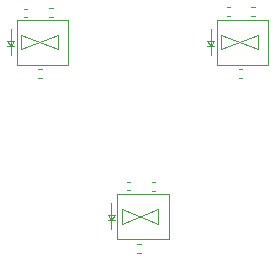
<source format=gbr>
%TF.GenerationSoftware,KiCad,Pcbnew,8.0.8-8.0.8-0~ubuntu22.04.1*%
%TF.CreationDate,2025-03-19T14:39:25-04:00*%
%TF.ProjectId,hpk_5mm,68706b5f-356d-46d2-9e6b-696361645f70,rev?*%
%TF.SameCoordinates,Original*%
%TF.FileFunction,Legend,Bot*%
%TF.FilePolarity,Positive*%
%FSLAX46Y46*%
G04 Gerber Fmt 4.6, Leading zero omitted, Abs format (unit mm)*
G04 Created by KiCad (PCBNEW 8.0.8-8.0.8-0~ubuntu22.04.1) date 2025-03-19 14:39:25*
%MOMM*%
%LPD*%
G01*
G04 APERTURE LIST*
%ADD10C,0.100000*%
%ADD11C,0.120000*%
G04 APERTURE END LIST*
D10*
%TO.C,D2*%
X152254100Y-66408900D02*
X152854100Y-66408900D01*
X152254100Y-66808900D02*
X152854100Y-66808900D01*
X152554100Y-66808900D02*
X152254100Y-66408900D01*
X152554100Y-67608900D02*
X152554100Y-65408900D01*
X152854100Y-66408900D02*
X152554100Y-66808900D01*
X153454100Y-67108900D02*
X153454100Y-65908900D01*
X153454100Y-67108900D02*
X156554100Y-65908900D01*
X156554100Y-67108900D02*
X153454100Y-65908900D01*
X156554100Y-67108900D02*
X156554100Y-65908900D01*
X157429100Y-64608900D02*
X153079100Y-64608900D01*
X153079100Y-68458900D01*
X157429100Y-68458900D01*
X157429100Y-64608900D01*
D11*
%TO.C,C1*%
X136770364Y-63688000D02*
X136986036Y-63688000D01*
X136770364Y-64408000D02*
X136986036Y-64408000D01*
%TO.C,R10*%
X146643641Y-83620000D02*
X146336359Y-83620000D01*
X146643641Y-84380000D02*
X146336359Y-84380000D01*
%TO.C,R5*%
X156295241Y-63553900D02*
X155987959Y-63553900D01*
X156295241Y-64313900D02*
X155987959Y-64313900D01*
%TO.C,R2*%
X138241841Y-68768000D02*
X137934559Y-68768000D01*
X138241841Y-69528000D02*
X137934559Y-69528000D01*
D10*
%TO.C,D3*%
X143812500Y-81175000D02*
X144412500Y-81175000D01*
X143812500Y-81575000D02*
X144412500Y-81575000D01*
X144112500Y-81575000D02*
X143812500Y-81175000D01*
X144112500Y-82375000D02*
X144112500Y-80175000D01*
X144412500Y-81175000D02*
X144112500Y-81575000D01*
X145012500Y-81875000D02*
X145012500Y-80675000D01*
X145012500Y-81875000D02*
X148112500Y-80675000D01*
X148112500Y-81875000D02*
X145012500Y-80675000D01*
X148112500Y-81875000D02*
X148112500Y-80675000D01*
X148987500Y-79375000D02*
X144637500Y-79375000D01*
X144637500Y-83225000D01*
X148987500Y-83225000D01*
X148987500Y-79375000D01*
%TO.C,D1*%
X135310700Y-66423000D02*
X135910700Y-66423000D01*
X135310700Y-66823000D02*
X135910700Y-66823000D01*
X135610700Y-66823000D02*
X135310700Y-66423000D01*
X135610700Y-67623000D02*
X135610700Y-65423000D01*
X135910700Y-66423000D02*
X135610700Y-66823000D01*
X136510700Y-67123000D02*
X136510700Y-65923000D01*
X136510700Y-67123000D02*
X139610700Y-65923000D01*
X139610700Y-67123000D02*
X136510700Y-65923000D01*
X139610700Y-67123000D02*
X139610700Y-65923000D01*
X140485700Y-64623000D02*
X136135700Y-64623000D01*
X136135700Y-68473000D01*
X140485700Y-68473000D01*
X140485700Y-64623000D01*
D11*
%TO.C,R9*%
X147843641Y-78320000D02*
X147536359Y-78320000D01*
X147843641Y-79080000D02*
X147536359Y-79080000D01*
%TO.C,R6*%
X154897959Y-68753900D02*
X155205241Y-68753900D01*
X154897959Y-69513900D02*
X155205241Y-69513900D01*
%TO.C,R1*%
X138844559Y-63668000D02*
X139151841Y-63668000D01*
X138844559Y-64428000D02*
X139151841Y-64428000D01*
%TO.C,C9*%
X145472164Y-78340000D02*
X145687836Y-78340000D01*
X145472164Y-79060000D02*
X145687836Y-79060000D01*
%TO.C,C5*%
X153953764Y-63573900D02*
X154169436Y-63573900D01*
X153953764Y-64293900D02*
X154169436Y-64293900D01*
%TD*%
M02*

</source>
